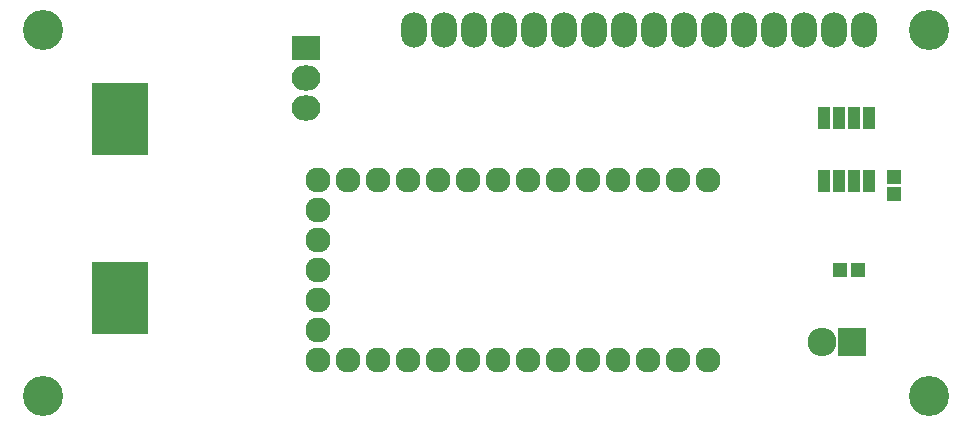
<source format=gts>
G04 #@! TF.FileFunction,Soldermask,Top*
%FSLAX46Y46*%
G04 Gerber Fmt 4.6, Leading zero omitted, Abs format (unit mm)*
G04 Created by KiCad (PCBNEW 4.0.1-3.201512221402+6198~38~ubuntu14.04.1-stable) date Sat 13 Aug 2016 09:47:32 AM PDT*
%MOMM*%
G01*
G04 APERTURE LIST*
%ADD10C,0.100000*%
%ADD11R,1.000000X1.950000*%
%ADD12R,1.200000X1.150000*%
%ADD13R,1.150000X1.200000*%
%ADD14R,2.432000X2.432000*%
%ADD15O,2.432000X2.432000*%
%ADD16O,2.200000X3.000000*%
%ADD17C,3.400000*%
%ADD18R,2.432000X2.127200*%
%ADD19O,2.432000X2.127200*%
%ADD20R,4.700000X6.100000*%
%ADD21C,2.127200*%
G04 APERTURE END LIST*
D10*
D11*
X166751000Y-92616000D03*
X168021000Y-92616000D03*
X169291000Y-92616000D03*
X170561000Y-92616000D03*
X170561000Y-87216000D03*
X169291000Y-87216000D03*
X168021000Y-87216000D03*
X166751000Y-87216000D03*
D12*
X169648000Y-100076000D03*
X168148000Y-100076000D03*
D13*
X172720000Y-92214000D03*
X172720000Y-93714000D03*
D14*
X169164000Y-106172000D03*
D15*
X166624000Y-106172000D03*
D16*
X170180000Y-79756000D03*
X167640000Y-79756000D03*
X165100000Y-79756000D03*
X162560000Y-79756000D03*
X160020000Y-79756000D03*
X157480000Y-79756000D03*
X154940000Y-79756000D03*
X152400000Y-79756000D03*
X149860000Y-79756000D03*
X147320000Y-79756000D03*
X144780000Y-79756000D03*
X142240000Y-79756000D03*
X139700000Y-79756000D03*
X137160000Y-79756000D03*
X134620000Y-79756000D03*
X132080000Y-79756000D03*
D17*
X175679100Y-79756000D03*
X175679100Y-110756700D03*
X100680520Y-110756700D03*
X100680520Y-79756000D03*
D18*
X122936000Y-81280000D03*
D19*
X122936000Y-83820000D03*
X122936000Y-86360000D03*
D20*
X107188000Y-87346000D03*
X107188000Y-102496000D03*
D21*
X156972000Y-92456000D03*
X154432000Y-92456000D03*
X151892000Y-92456000D03*
X149352000Y-92456000D03*
X146812000Y-92456000D03*
X144272000Y-92456000D03*
X141732000Y-92456000D03*
X139192000Y-92456000D03*
X136652000Y-92456000D03*
X134112000Y-92456000D03*
X131572000Y-92456000D03*
X129032000Y-92456000D03*
X126492000Y-92456000D03*
X123952000Y-92456000D03*
X123952000Y-94996000D03*
X123952000Y-97536000D03*
X123952000Y-100076000D03*
X123952000Y-102616000D03*
X123952000Y-105156000D03*
X123952000Y-107696000D03*
X131572000Y-107696000D03*
X151892000Y-107696000D03*
X136652000Y-107696000D03*
X134112000Y-107696000D03*
X154432000Y-107696000D03*
X146812000Y-107696000D03*
X156972000Y-107696000D03*
X144272000Y-107696000D03*
X141732000Y-107696000D03*
X139192000Y-107696000D03*
X149352000Y-107696000D03*
X126492000Y-107696000D03*
X129032000Y-107696000D03*
M02*

</source>
